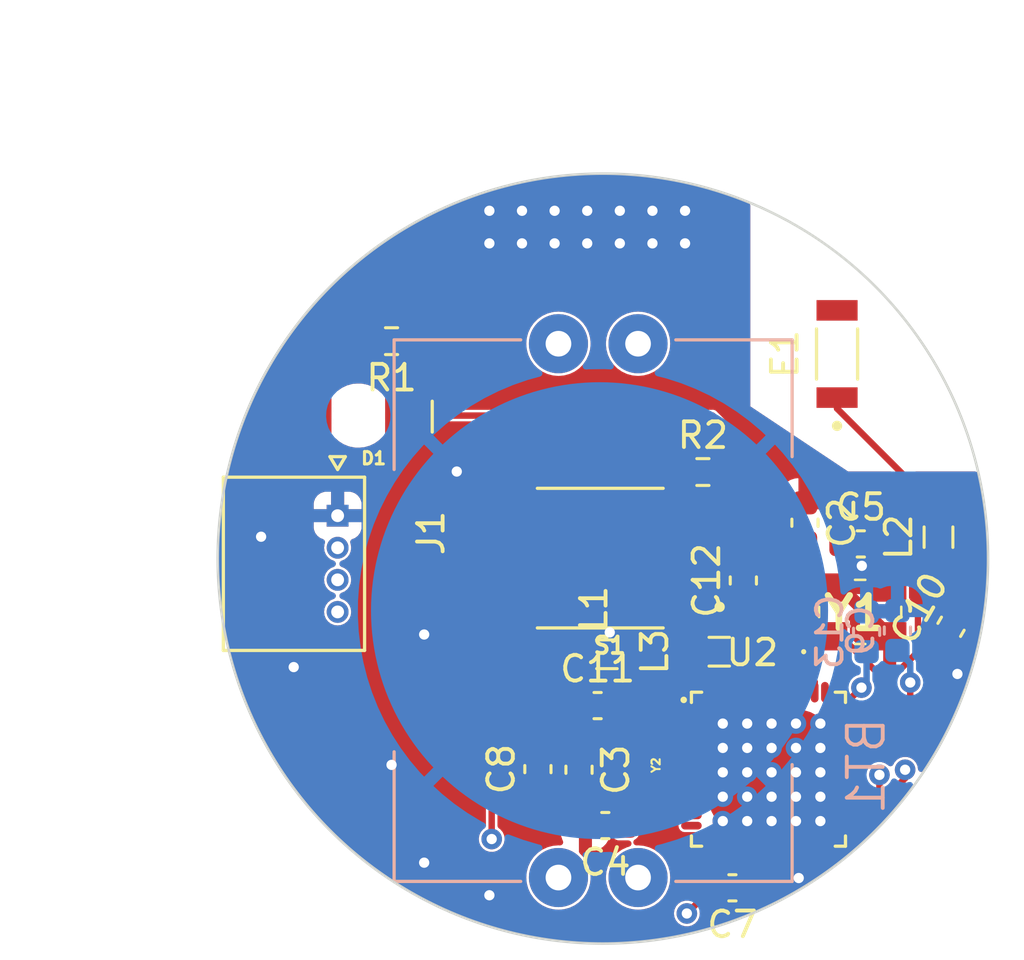
<source format=kicad_pcb>
(kicad_pcb (version 20211014) (generator pcbnew)
  (layers (0 "F.Cu" signal) (1 "In1.Cu" signal) (2 "In2.Cu" signal) (31 "B.Cu" signal) (34 "B.Paste" user) (35 "F.Paste" user) (36 "B.SilkS" user "B.Silkscreen") (37 "F.SilkS" user "F.Silkscreen") (38 "B.Mask" user) (39 "F.Mask" user) (44 "Edge.Cuts" user))
  (net 0 "")
  (net 1 "+1V8")
  (net 2 "GND")
  (net 3 "ECS-320_XCS2")
  (net 4 "Net-(C8-Pad2)")
  (net 5 "Net-(C9-Pad2)")
  (net 6 "Net-(C10-Pad1)")
  (net 7 "Net-(C12-Pad1)")
  (net 8 "Net-(D1-PadC)")
  (net 9 "PROG_SWCLK")
  (net 10 "PROG_SWDIO")
  (net 11 "Net-(L1-Pad1)")
  (net 12 "Net-(L1-Pad2)")
  (net 13 "Net-(C5-Pad2)")
  (net 14 "Net-(R2-Pad1)")
  (net 36 "Net-(D1-PadA)")
  (net 42 "Net-(E1-Pad1)")
  (net 46 "Net-(R2-Pad2)")
  (net 47 "Net-(C3-Pad1)")
  (net 48 "Net-(C4-Pad1)")
  (footprint "Capacitor_SMD:C_0603_1608Metric" (layer "F.Cu") (at 152.975 110.2 180)
    (fp_text reference "C7" (at 0 -1.43) (layer "F.SilkS"))
    (fp_text value "100n")
    (fp_line (start -0.14058 0.51) (end 0.14058 0.51) (layer "F.SilkS") (width 0.12))
    (fp_line (start -0.14058 -0.51) (end 0.14058 -0.51) (layer "F.SilkS") (width 0.12))
    (pad "1" smd roundrect (at -0.775 0 180) (size 0.9 0.95) (layers "F.Cu" "F.Paste" "F.Mask") (net 2 "GND"))
    (pad "2" smd roundrect (at 0.775 0 180) (size 0.9 0.95) (layers "F.Cu" "F.Paste" "F.Mask") (net 1 "+1V8"))
  )
  (footprint "Capacitor_SMD:C_0603_1608Metric" (layer "F.Cu") (at 161.4875 100.02883 60)
    (fp_text reference "C10" (at 0 -1.43 60) (layer "F.SilkS"))
    (fp_text value "0.8p")
    (fp_line (start -0.14058 -0.51) (end 0.14058 -0.51) (layer "F.SilkS") (width 0.12))
    (fp_line (start -0.14058 0.51) (end 0.14058 0.51) (layer "F.SilkS") (width 0.12))
    (pad "1" smd roundrect (at -0.775 0 60) (size 0.9 0.95) (layers "F.Cu" "F.Paste" "F.Mask") (net 6 "Net-(C10-Pad1)"))
    (pad "2" smd roundrect (at 0.775 0 60) (size 0.9 0.95) (layers "F.Cu" "F.Paste" "F.Mask") (net 2 "GND"))
  )
  (footprint "Capacitor_SMD:C_0603_1608Metric" (layer "F.Cu") (at 153.4 98.225 90)
    (fp_text reference "C12" (at 0 -1.43 90) (layer "F.SilkS"))
    (fp_text value "100n")
    (fp_line (start -0.14058 0.51) (end 0.14058 0.51) (layer "F.SilkS") (width 0.12))
    (fp_line (start -0.14058 -0.51) (end 0.14058 -0.51) (layer "F.SilkS") (width 0.12))
    (pad "1" smd roundrect (at -0.775 0 90) (size 0.9 0.95) (layers "F.Cu" "F.Paste" "F.Mask") (net 7 "Net-(C12-Pad1)"))
    (pad "2" smd roundrect (at 0.775 0 90) (size 0.9 0.95) (layers "F.Cu" "F.Paste" "F.Mask") (net 2 "GND"))
  )
  (footprint "Inductor_SMD:L_0805_2012Metric" (layer "F.Cu") (at 148.0875 101.1)
    (fp_text reference "L1" (at -0.508 -1.778 90) (layer "F.SilkS"))
    (fp_text value "10u")
    (fp_line (start -0.399622 0.56) (end 0.399622 0.56) (layer "F.SilkS") (width 0.12))
    (fp_line (start -0.399622 -0.56) (end 0.399622 -0.56) (layer "F.SilkS") (width 0.12))
    (pad "1" smd roundrect (at -1.0625 0) (size 0.875 1.2) (layers "F.Cu" "F.Paste" "F.Mask") (net 11 "Net-(L1-Pad1)"))
    (pad "2" smd roundrect (at 1.0625 0) (size 0.875 1.2) (layers "F.Cu" "F.Paste" "F.Mask") (net 12 "Net-(L1-Pad2)"))
  )
  (footprint "Capacitor_SMD:C_0603_1608Metric" (layer "F.Cu") (at 145.4 105.575 90)
    (fp_text reference "C8" (at 0 -1.43 90) (layer "F.SilkS"))
    (fp_text value "1u")
    (fp_line (start -0.14058 0.51) (end 0.14058 0.51) (layer "F.SilkS") (width 0.12))
    (fp_line (start -0.14058 -0.51) (end 0.14058 -0.51) (layer "F.SilkS") (width 0.12))
    (pad "1" smd roundrect (at -0.775 0 90) (size 0.9 0.95) (layers "F.Cu" "F.Paste" "F.Mask") (net 2 "GND"))
    (pad "2" smd roundrect (at 0.775 0 90) (size 0.9 0.95) (layers "F.Cu" "F.Paste" "F.Mask") (net 4 "Net-(C8-Pad2)"))
  )
  (footprint "componentes:XTAL_ECS-.327-12.5-12R-TR" (layer "F.Cu") (at 148.8 105.675 -90)
    (fp_text reference "Y2" (at -0.254313 -1.197695 90) (layer "F.SilkS") (effects (font (size 0.320399 0.320399))))
    (fp_text value "ECS-.327-12.5-12R-TR")
    (pad "1" smd rect (at -0.7 0 270) (size 0.6 1.1) (layers "F.Cu" "F.Paste" "F.Mask") (net 47 "Net-(C3-Pad1)"))
    (pad "2" smd rect (at 0.7 0 270) (size 0.6 1.1) (layers "F.Cu" "F.Paste" "F.Mask") (net 48 "Net-(C4-Pad1)"))
  )
  (footprint "componentes:LEDC3216X110N" (layer "F.Cu") (at 138.405 91.8 180)
    (fp_text reference "D1" (at -0.596718 -1.666809) (layer "F.SilkS") (effects (font (size 0.48058 0.48058))))
    (fp_text value "597-3111-407F")
    (fp_line (start -2.88 -0.64) (end -2.88 0.56) (layer "F.SilkS") (width 0.127))
    (pad "" np_thru_hole circle (at 0 0 180) (size 2 2) (drill 2) (layers *.Cu *.Mask))
    (pad "A" smd rect (at -1.795 0 180) (size 1.5 1.59) (layers "F.Cu" "F.Paste" "F.Mask") (net 36 "Net-(D1-PadA)"))
    (pad "C" smd rect (at 1.795 0 180) (size 1.5 1.59) (layers "F.Cu" "F.Paste" "F.Mask") (net 8 "Net-(D1-PadC)"))
  )
  (footprint "Inductor_SMD:L_0805_2012Metric" (layer "F.Cu") (at 161 96.5375 90)
    (fp_text reference "L2" (at 0 -1.55 90) (layer "F.SilkS"))
    (fp_text value "3.9n")
    (fp_line (start -0.399622 0.56) (end 0.399622 0.56) (layer "F.SilkS") (width 0.12))
    (fp_line (start -0.399622 -0.56) (end 0.399622 -0.56) (layer "F.SilkS") (width 0.12))
    (pad "1" smd roundrect (at -1.0625 0 90) (size 0.875 1.2) (layers "F.Cu" "F.Paste" "F.Mask") (net 6 "Net-(C10-Pad1)"))
    (pad "2" smd roundrect (at 1.0625 0 90) (size 0.875 1.2) (layers "F.Cu" "F.Paste" "F.Mask") (net 42 "Net-(E1-Pad1)"))
  )
  (footprint "Capacitor_SMD:C_0603_1608Metric" (layer "F.Cu") (at 147 105.6 -90)
    (fp_text reference "C3" (at 0 -1.43 90) (layer "F.SilkS"))
    (fp_text value "12p")
    (fp_line (start -0.14058 -0.51) (end 0.14058 -0.51) (layer "F.SilkS") (width 0.12))
    (fp_line (start -0.14058 0.51) (end 0.14058 0.51) (layer "F.SilkS") (width 0.12))
    (pad "1" smd roundrect (at -0.775 0 270) (size 0.9 0.95) (layers "F.Cu" "F.Paste" "F.Mask") (net 47 "Net-(C3-Pad1)"))
    (pad "2" smd roundrect (at 0.775 0 270) (size 0.9 0.95) (layers "F.Cu" "F.Paste" "F.Mask") (net 2 "GND"))
  )
  (footprint "componentes:SW_8-1437565-0" (layer "F.Cu") (at 147.828 97.353788 180)
    (fp_text reference "S1" (at -0.368 -3.4064) (layer "F.SilkS") (effects (font (size 0.64 0.64))))
    (fp_text value "8-1437565-0")
    (fp_line (start 2.45 2.72) (end -2.45 2.72) (layer "F.SilkS") (width 0.127))
    (fp_line (start 2.45 -2.72) (end -2.45 -2.72) (layer "F.SilkS") (width 0.127))
    (fp_circle (center -4.65 -1.9) (end -4.55 -1.9) (layer "F.SilkS") (width 0.2) (fill none))
    (pad "1" smd rect locked (at -3.15 -1.9 180) (size 1.7 1) (layers "F.Cu" "F.Paste" "F.Mask") (net 2 "GND"))
    (pad "2" smd rect locked (at 3.15 -1.9 180) (size 1.7 1) (layers "F.Cu" "F.Paste" "F.Mask") (net 2 "GND"))
    (pad "3" smd rect locked (at -3.15 1.9 180) (size 1.7 1) (layers "F.Cu" "F.Paste" "F.Mask") (net 14 "Net-(R2-Pad1)"))
    (pad "4" smd rect locked (at 3.15 1.9 180) (size 1.7 1) (layers "F.Cu" "F.Paste" "F.Mask") (net 14 "Net-(R2-Pad1)"))
  )
  (footprint "componentes:XDCR_2450AT18B100E" (layer "F.Cu") (at 157.05 89.4 90)
    (fp_text reference "E1" (at 0 -2.032 90) (layer "F.SilkS"))
    (fp_text value "2450AT18B100E")
    (fp_line (start -0.98 -0.8) (end 0.98 -0.8) (layer "F.SilkS") (width 0.127))
    (fp_line (start -0.98 0.8) (end 0.98 0.8) (layer "F.SilkS") (width 0.127))
    (fp_circle (center -2.8 0) (end -2.7 0) (layer "F.SilkS") (width 0.2) (fill none))
    (pad "1" smd rect (at -1.7 0 90) (size 0.8 1.6) (layers "F.Cu" "F.Paste" "F.Mask") (net 42 "Net-(E1-Pad1)"))
    (pad "2" smd rect (at 1.7 0 90) (size 0.8 1.6) (layers "F.Cu" "F.Paste" "F.Mask"))
  )
  (footprint "Capacitor_SMD:C_0603_1608Metric" (layer "F.Cu") (at 155.8 95.975 -90)
    (fp_text reference "C2" (at 0 -1.43 90) (layer "F.SilkS"))
    (fp_text value "12p")
    (fp_line (start -0.14058 0.51) (end 0.14058 0.51) (layer "F.SilkS") (width 0.12))
    (fp_line (start -0.14058 -0.51) (end 0.14058 -0.51) (layer "F.SilkS") (width 0.12))
    (pad "1" smd roundrect (at -0.775 0 270) (size 0.9 0.95) (layers "F.Cu" "F.Paste" "F.Mask") (net 2 "GND"))
    (pad "2" smd roundrect (at 0.775 0 270) (size 0.9 0.95) (layers "F.Cu" "F.Paste" "F.Mask") (net 3 "ECS-320_XCS2"))
  )
  (footprint "componentes:ECS320833B7KMTR" (layer "F.Cu") (at 157.95 99.45)
    (fp_text reference "Y1" (at -0.225 0.05) (layer "F.SilkS") (effects (font (size 1.27 1.27) (thickness 0.254))))
    (fp_text value "ECS-320-8-33B-7KM-TR" hide)
    (fp_line (start -1.6 0.2) (end -1.6 -0.2) (layer "F.SilkS") (width 0.1))
    (fp_line (start -2.2 1.6) (end -2.2 1.6) (layer "F.SilkS") (width 0.1))
    (fp_line (start -2.2 1.5) (end -2.2 1.5) (layer "F.SilkS") (width 0.1))
    (fp_line (start -0.2 -1.25) (end 0.2 -1.25) (layer "F.SilkS") (width 0.1))
    (fp_line (start -0.2 1.25) (end 0.2 1.25) (layer "F.SilkS") (width 0.1))
    (fp_line (start 1.6 0.2) (end 1.6 -0.2) (layer "F.SilkS") (width 0.1))
    (fp_arc (start -2.2 1.6) (mid -2.25 1.55) (end -2.2 1.5) (layer "F.SilkS") (width 0.1))
    (fp_arc (start -2.2 1.5) (mid -2.15 1.55) (end -2.2 1.6) (layer "F.SilkS") (width 0.1))
    (pad "1" smd rect (at -1.15 0.95 90) (size 1.1 1.3) (layers "F.Cu" "F.Paste" "F.Mask") (net 3 "ECS-320_XCS2"))
    (pad "2" smd rect (at 1.15 0.95 90) (size 1.1 1.3) (layers "F.Cu" "F.Paste" "F.Mask") (net 2 "GND"))
    (pad "3" smd rect (at 1.15 -0.95 90) (size 1.1 1.3) (layers "F.Cu" "F.Paste" "F.Mask") (net 13 "Net-(C5-Pad2)"))
    (pad "4" smd rect (at -1.15 -0.95 90) (size 1.1 1.3) (layers "F.Cu" "F.Paste" "F.Mask") (net 2 "GND"))
  )
  (footprint "componentes:QFN40P600X600X90-49N" (layer "F.Cu") (at 154.378 105.578)
    (fp_text reference "U2" (at -0.62591 -4.54164) (layer "F.SilkS") (effects (font (size 1.001465 1.001465))))
    (fp_text value "NRF52832-QFAA-R")
    (fp_line (start 3 3) (end 2.6 3) (layer "F.SilkS") (width 0.127))
    (fp_line (start -2.6 3) (end -3 3) (layer "F.SilkS") (width 0.127))
    (fp_line (start 2.6 -3) (end 3 -3) (layer "F.SilkS") (width 0.127))
    (fp_line (start -3 3) (end -3 2.6) (layer "F.SilkS") (width 0.127))
    (fp_line (start 3 -3) (end 3 -2.6) (layer "F.SilkS") (width 0.127))
    (fp_line (start -3 -2.6) (end -3 -3) (layer "F.SilkS") (width 0.127))
    (fp_line (start -3 -3) (end -2.6 -3) (layer "F.SilkS") (width 0.127))
    (fp_line (start 3 2.6) (end 3 3) (layer "F.SilkS") (width 0.127))
    (fp_circle (center -3.3 -2.7) (end -3.173 -2.7) (layer "F.SilkS") (width 0) (fill solid))
    (pad "1" smd oval (at -3 -2.2) (size 0.8 0.3) (layers "F.Cu" "F.Paste") (net 4 "Net-(C8-Pad2)"))
    (pad "2" smd oval (at -3 -1.8) (size 0.8 0.3) (layers "F.Cu" "F.Paste") (net 47 "Net-(C3-Pad1)"))
    (pad "3" smd oval (at -3 -1.4) (size 0.8 0.3) (layers "F.Cu" "F.Paste") (net 48 "Net-(C4-Pad1)"))
    (pad "4" smd oval (at -3 -1) (size 0.8 0.3) (layers "F.Cu" "F.Paste"))
    (pad "5" smd oval (at -3 -0.6) (size 0.8 0.3) (layers "F.Cu" "F.Paste"))
    (pad "6" smd oval (at -3 -0.2) (size 0.8 0.3) (layers "F.Cu" "F.Paste"))
    (pad "7" smd oval (at -3 0.2) (size 0.8 0.3) (layers "F.Cu" "F.Paste"))
    (pad "8" smd oval (at -3 0.6) (size 0.8 0.3) (layers "F.Cu" "F.Paste"))
    (pad "9" smd oval (at -3 1) (size 0.8 0.3) (layers "F.Cu" "F.Paste"))
    (pad "10" smd oval (at -3 1.4) (size 0.8 0.3) (layers "F.Cu" "F.Paste"))
    (pad "11" smd oval (at -3 1.8) (size 0.8 0.3) (layers "F.Cu" "F.Paste"))
    (pad "12" smd oval (at -3 2.2) (size 0.8 0.3) (layers "F.Cu" "F.Paste"))
    (pad "13" smd oval (at -2.2 3 90) (size 0.8 0.3) (layers "F.Cu" "F.Paste") (net 1 "+1V8"))
    (pad "14" smd oval (at -1.8 3 90) (size 0.8 0.3) (layers "F.Cu" "F.Paste"))
    (pad "15" smd oval (at -1.4 3 90) (size 0.8 0.3) (layers "F.Cu" "F.Paste"))
    (pad "16" smd oval (at -1 3 90) (size 0.8 0.3) (layers "F.Cu" "F.Paste"))
    (pad "17" smd oval (at -0.6 3 90) (size 0.8 0.3) (layers "F.Cu" "F.Paste"))
    (pad "18" smd oval (at -0.2 3 90) (size 0.8 0.3) (layers "F.Cu" "F.Paste"))
    (pad "19" smd oval (at 0.2 3 90) (size 0.8 0.3) (layers "F.Cu" "F.Paste"))
    (pad "20" smd oval (at 0.6 3 90) (size 0.8 0.3) (layers "F.Cu" "F.Paste"))
    (pad "21" smd oval (at 1 3 90) (size 0.8 0.3) (layers "F.Cu" "F.Paste"))
    (pad "22" smd oval (at 1.4 3 90) (size 0.8 0.3) (layers "F.Cu" "F.Paste"))
    (pad "23" smd oval (at 1.8 3 90) (size 0.8 0.3) (layers "F.Cu" "F.Paste"))
    (pad "24" smd oval (at 2.2 3 90) (size 0.8 0.3) (layers "F.Cu" "F.Paste"))
    (pad "25" smd oval (at 3 2.2 180) (size 0.8 0.3) (layers "F.Cu" "F.Paste") (net 9 "PROG_SWCLK"))
    (pad "26" smd oval (at 3 1.8 180) (size 0.8 0.3) (layers "F.Cu" "F.Paste") (net 10 "PROG_SWDIO"))
    (pad "27" smd oval (at 3 1.4 180) (size 0.8 0.3) (layers "F.Cu" "F.Paste"))
    (pad "28" smd oval (at 3 1 180) (size 0.8 0.3) (layers "F.Cu" "F.Paste"))
    (pad "29" smd oval (at 3 0.6 180) (size 0.8 0.3) (layers "F.Cu" "F.Paste"))
    (pad "30" smd oval (at 3 0.2 180) (size 0.8 0.3) (layers "F.Cu" "F.Paste") (net 6 "Net-(C10-Pad1)"))
    (pad "31" smd oval (at 3 -0.2 180) (size 0.8 0.3) (layers "F.Cu" "F.Paste") (net 2 "GND"))
    (pad "32" smd oval (at 3 -0.6 180) (size 0.8 0.3) (layers "F.Cu" "F.Paste"))
    (pad "33" smd oval (at 3 -1 180) (size 0.8 0.3) (layers "F.Cu" "F.Paste") (net 5 "Net-(C9-Pad2)"))
    (pad "34" smd oval (at 3 -1.4 180) (size 0.8 0.3) (layers "F.Cu" "F.Paste") (net 13 "Net-(C5-Pad2)"))
    (pad "35" smd oval (at 3 -1.8 180) (size 0.8 0.3) (layers "F.Cu" "F.Paste") (net 3 "ECS-320_XCS2"))
    (pad "36" smd oval (at 3 -2.2 180) (size 0.8 0.3) (layers "F.Cu" "F.Paste") (net 1 "+1V8"))
    (pad "37" smd oval (at 2.2 -3 270) (size 0.8 0.3) (layers "F.Cu" "F.Paste"))
    (pad "38" smd oval (at 1.8 -3 270) (size 0.8 0.3) (layers "F.Cu" "F.Paste") (net 36 "Net-(D1-PadA)"))
    (pad "39" smd oval (at 1.4 -3 270) (size 0.8 0.3) (layers "F.Cu" "F.Paste"))
    (pad "40" smd oval (at 1 -3 270) (size 0.8 0.3) (layers "F.Cu" "F.Paste"))
    (pad "41" smd oval (at 0.6 -3 270) (size 0.8 0.3) (layers "F.Cu" "F.Paste"))
    (pad "42" smd oval (at 0.2 -3 270) (size 0.8 0.3) (layers "F.Cu" "F.Paste") (net 46 "Net-(R2-Pad2)"))
    (pad "43" smd oval (at -0.2 -3 270) (size 0.8 0.3) (layers "F.Cu" "F.Paste"))
    (pad "44" smd oval (at -0.6 -3 270) (size 0.8 0.3) (layers "F.Cu" "F.Paste"))
    (pad "45" smd oval (at -1 -3 270) (size 0.8 0.3) (layers "F.Cu" "F.Paste") (net 2 "GND"))
    (pad "46" smd oval (at -1.4 -3 270) (size 0.8 0.3) (layers "F.Cu" "F.Paste") (net 7 "Net-(C12-Pad1)"))
    (pad "47" smd oval (at -1.8 -3 270) (size 0.8 0.3) (layers "F.Cu" "F.Paste") (net 11 "Net-(L1-Pad1)"))
    (pad "48" smd oval (at -2.2 -3 270) (size 0.8 0.3) (layers "F.Cu" "F.Paste") (net 1 "+1V8"))
    (pad "49" smd roundrect (at 0 0) (size 4.6 4.6) (layers "F.Cu" "F.Mask") (roundrect_rratio 0.23) (net 2 "GND"))
  )
  (footprint "componentes:MOLEX_530480450" (layer "F.Cu") (at 137.6 95.7 -90)
    (fp_text reference "J1" (at 0.675 -3.635 90) (layer "F.SilkS"))
    (fp_text value "530480450")
    (fp_line (start -1.5 -1.05) (end 5.25 -1.05) (layer "F.SilkS") (width 0.127))
    (fp_line (start -1.8 0) (end -2.3 0.3) (layer "F.SilkS") (width 0.127))
    (fp_line (start 5.25 -1.05) (end 5.25 4.45) (layer "F.SilkS") (width 0.127))
    (fp_line (start -2.3 -0.3) (end -1.8 0) (layer "F.SilkS") (width 0.127))
    (fp_line (start 5.25 4.45) (end -1.5 4.45) (layer "F.SilkS") (width 0.127))
    (fp_line (start -1.5 4.45) (end -1.5 -1.05) (layer "F.SilkS") (width 0.127))
    (fp_line (start -2.3 0.3) (end -2.3 -0.3) (layer "F.SilkS") (width 0.127))
    (pad "1" thru_hole rect (at 0 0 270) (size 0.85 0.85) (drill 0.5) (layers *.Cu) (net 2 "GND"))
    (pad "2" thru_hole circle (at 1.25 0 270) (size 0.85 0.85) (drill 0.5) (layers *.Cu) (net 9 "PROG_SWCLK"))
    (pad "3" thru_hole circle (at 2.5 0 270) (size 0.85 0.85) (drill 0.5) (layers *.Cu) (net 10 "PROG_SWDIO"))
    (pad "4" thru_hole circle (at 3.75 0 270) (size 0.85 0.85) (drill 0.5) (layers *.Cu) (net 1 "+1V8"))
  )
  (footprint "Resistor_SMD:R_0603_1608Metric" (layer "F.Cu") (at 151.825 94)
    (fp_text reference "R2" (at 0 -1.43) (layer "F.SilkS"))
    (fp_text value "1k")
    (fp_line (start -0.237258 0.5225) (end 0.237258 0.5225) (layer "F.SilkS") (width 0.12))
    (fp_line (start -0.237258 -0.5225) (end 0.237258 -0.5225) (layer "F.SilkS") (width 0.12))
    (pad "1" smd roundrect (at -0.825 0) (size 0.8 0.95) (layers "F.Cu" "F.Paste" "F.Mask") (net 14 "Net-(R2-Pad1)"))
    (pad "2" smd roundrect (at 0.825 0) (size 0.8 0.95) (layers "F.Cu" "F.Paste" "F.Mask") (net 46 "Net-(R2-Pad2)"))
  )
  (footprint "Capacitor_SMD:C_0603_1608Metric" (layer "F.Cu") (at 157.975 96.8)
    (fp_text reference "C5" (at 0 -1.43) (layer "F.SilkS"))
    (fp_text value "12p")
    (fp_line (start -0.14058 0.51) (end 0.14058 0.51) (layer "F.SilkS") (width 0.12))
    (fp_line (start -0.14058 -0.51) (end 0.14058 -0.51) (layer "F.SilkS") (width 0.12))
    (pad "1" smd roundrect (at -0.775 0) (size 0.9 0.95) (layers "F.Cu" "F.Paste" "F.Mask") (net 2 "GND"))
    (pad "2" smd roundrect (at 0.775 0) (size 0.9 0.95) (layers "F.Cu" "F.Paste" "F.Mask") (net 13 "Net-(C5-Pad2)"))
  )
  (footprint "Capacitor_SMD:C_0603_1608Metric" (layer "F.Cu") (at 148.025 107.775 180)
    (fp_text reference "C4" (at 0 -1.43 180) (layer "F.SilkS"))
    (fp_text value "12p")
    (fp_line (start -0.14058 -0.51) (end 0.14058 -0.51) (layer "F.SilkS") (width 0.12))
    (fp_line (start -0.14058 0.51) (end 0.14058 0.51) (layer "F.SilkS") (width 0.12))
    (pad "1" smd roundrect (at -0.775 0 180) (size 0.9 0.95) (layers "F.Cu" "F.Paste" "F.Mask") (net 48 "Net-(C4-Pad1)"))
    (pad "2" smd roundrect (at 0.775 0 180) (size 0.9 0.95) (layers "F.Cu" "F.Paste" "F.Mask") (net 2 "GND"))
  )
  (footprint "Inductor_SMD:L_0805_2012Metric" (layer "F.Cu") (at 152.4625 101)
    (fp_text reference "L3" (at -2.514472 0 90) (layer "F.SilkS"))
    (fp_text value "15n")
    (fp_line (start -0.399622 -0.56) (end 0.399622 -0.56) (layer "F.SilkS") (width 0.12))
    (fp_line (start -0.399622 0.56) (end 0.399622 0.56) (layer "F.SilkS") (width 0.12))
    (pad "1" smd roundrect (at -1.0625 0) (size 0.875 1.2) (layers "F.Cu" "F.Paste" "F.Mask") (net 12 "Net-(L1-Pad2)"))
    (pad "2" smd roundrect (at 1.0625 0) (size 0.875 1.2) (layers "F.Cu" "F.Paste" "F.Mask") (net 7 "Net-(C12-Pad1)"))
  )
  (footprint "Capacitor_SMD:C_0603_1608Metric" (layer "F.Cu") (at 147.725 103.1)
    (fp_text reference "C11" (at 0 -1.43) (layer "F.SilkS"))
    (fp_text value "100n")
    (fp_line (start -0.14058 0.51) (end 0.14058 0.51) (layer "F.SilkS") (width 0.12))
    (fp_line (start -0.14058 -0.51) (end 0.14058 -0.51) (layer "F.SilkS") (width 0.12))
    (pad "1" smd roundrect (at -0.775 0) (size 0.9 0.95) (layers "F.Cu" "F.Paste" "F.Mask") (net 2 "GND"))
    (pad "2" smd roundrect (at 0.775 0) (size 0.9 0.95) (layers "F.Cu" "F.Paste" "F.Mask") (net 1 "+1V8"))
  )
  (footprint "Resistor_SMD:R_0603_1608Metric" (layer "F.Cu") (at 139.7 88.9 180)
    (fp_text reference "R1" (at 0 -1.43) (layer "F.SilkS"))
    (fp_text value "200")
    (fp_line (start -0.237258 0.5225) (end 0.237258 0.5225) (layer "F.SilkS") (width 0.12))
    (fp_line (start -0.237258 -0.5225) (end 0.237258 -0.5225) (layer "F.SilkS") (width 0.12))
    (pad "1" smd roundrect (at -0.825 0 180) (size 0.8 0.95) (layers "F.Cu" "F.Paste" "F.Mask") (net 2 "GND"))
    (pad "2" smd roundrect (at 0.825 0 180) (size 0.8 0.95) (layers "F.Cu" "F.Paste" "F.Mask") (net 8 "Net-(D1-PadC)"))
  )
  (footprint "Capacitor_SMD:C_0603_1608Metric" (layer "B.Cu") (at 159.4 100.175 -90)
    (fp_text reference "C9" (at 0 1.43 90) (layer "B.SilkS") (effects (justify mirror)))
    (fp_text value "100p")
    (fp_line (start -0.14058 -0.51) (end 0.14058 -0.51) (layer "B.SilkS") (width 0.12))
    (fp_line (start -0.14058 0.51) (end 0.14058 0.51) (layer "B.SilkS") (width 0.12))
    (pad "1" smd roundrect (at -0.775 0 270) (size 0.9 0.95) (layers "B.Cu" "B.Paste" "B.Mask") (net 2 "GND"))
    (pad "2" smd roundrect (at 0.775 0 270) (size 0.9 0.95) (layers "B.Cu" "B.Paste" "B.Mask") (net 5 "Net-(C9-Pad2)"))
  )
  (footprint "Capacitor_SMD:C_0603_1608Metric" (layer "B.Cu") (at 158.2 100.225 -90)
    (fp_text reference "C13" (at 0 1.43 90) (layer "B.SilkS") (effects (justify mirror)))
    (fp_text value "4.7u")
    (fp_line (start -0.14058 0.51) (end 0.14058 0.51) (layer "B.SilkS") (width 0.12))
    (fp_line (start -0.14058 -0.51) (end 0.14058 -0.51) (layer "B.SilkS") (width 0.12))
    (pad "1" smd roundrect (at -0.775 0 270) (size 0.9 0.95) (layers "B.Cu" "B.Paste" "B.Mask") (net 2 "GND"))
    (pad "2" smd roundrect (at 0.775 0 270) (size 0.9 0.95) (layers "B.Cu" "B.Paste" "B.Mask") (net 1 "+1V8"))
  )
  (footprint "componentes:BAT_BAT-HLD-001-THM-TR" (layer "B.Cu") (at 147.8 99.4 90)
    (fp_text reference "BT1" (at -6.055 10.389 90) (layer "B.SilkS") (effects (font (size 1.4 1.4)) (justify mirror)))
    (fp_text value "BAT-HLD-001-THM-TR")
    (fp_line (start -10.55 7.5) (end -6 7.5) (layer "B.SilkS") (width 0.127))
    (fp_line (start 6 7.5) (end 10.55 7.5) (layer "B.SilkS") (width 0.127))
    (fp_line (start -10.55 -8) (end -5.5 -8) (layer "B.SilkS") (width 0.127))
    (fp_line (start -10.55 2.97) (end -10.55 7.5) (layer "B.SilkS") (width 0.127))
    (fp_line (start 10.55 -8) (end 10.55 -3.07) (layer "B.SilkS") (width 0.127))
    (fp_line (start -10.55 -3.07) (end -10.55 -8) (layer "B.SilkS") (width 0.127))
    (fp_line (start 5.5 -8) (end 10.55 -8) (layer "B.SilkS") (width 0.127))
    (fp_line (start 10.55 7.5) (end 10.55 2.97) (layer "B.SilkS") (width 0.127))
    (pad "N" smd circle locked (at 0 0 90) (size 17.8 17.8) (layers "B.Cu" "B.Mask") (net 2 "GND"))
    (pad "P1" thru_hole circle locked (at -10.4 1.5 90) (size 2.3 2.3) (drill 1) (layers *.Cu *.Mask) (net 1 "+1V8"))
    (pad "P2" thru_hole circle locked (at -10.4 -1.6 90) (size 2.3 2.3) (drill 1) (layers *.Cu *.Mask) (net 1 "+1V8"))
    (pad "P3" thru_hole circle locked (at 10.4 -1.6 90) (size 2.3 2.3) (drill 1) (layers *.Cu *.Mask) (net 1 "+1V8"))
    (pad "P4" thru_hole circle locked (at 10.4 1.5 90) (size 2.3 2.3) (drill 1) (layers *.Cu *.Mask) (net 1 "+1V8"))
  )
  (gr_circle locked (center 147.93 97.371788) (end 162.93 97.371788) (layer "Edge.Cuts") (width 0.1) (fill none))
  (segment (start 152.178 108.578) (end 152.178 110.178) (width 0.25) (layer "F.Cu") (net 1))
  (segment (start 152.2 110.2) (end 151.2 111.2) (width 0.25) (layer "F.Cu") (net 1))
  (segment (start 148.5 103.1) (end 148.5 102.85) (width 0.25) (layer "F.Cu") (net 1))
  (segment (start 149.322 102.578) (end 148.95 102.95) (width 0.25) (layer "F.Cu") (net 1))
  (segment (start 157.378 103.378) (end 157.378 103.022) (width 0.25) (layer "F.Cu") (net 1))
  (segment (start 147.85 102.2) (end 145.5 102.2) (width 0.25) (layer "F.Cu") (net 1))
  (segment (start 148.5 102.85) (end 147.85 102.2) (width 0.25) (layer "F.Cu") (net 1))
  (segment (start 152.178 102.578) (end 149.322 102.578) (width 0.25) (layer "F.Cu") (net 1))
  (segment (start 143.6 104.1) (end 143.6 108.3) (width 0.25) (layer "F.Cu") (net 1))
  (segment (start 145.5 102.2) (end 143.6 104.1) (width 0.25) (layer "F.Cu") (net 1))
  (segment (start 152.178 110.178) (end 152.2 110.2) (width 0.25) (layer "F.Cu") (net 1))
  (segment (start 157.378 103.022) (end 158 102.4) (width 0.25) (layer "F.Cu") (net 1))
  (via (at 158 102.4) (size 0.8) (drill 0.4) (layers "F.Cu" "B.Cu") (net 1))
  (via (at 143.6 108.3) (size 0.8) (drill 0.4) (layers "F.Cu" "B.Cu") (net 1))
  (via (at 151.2 111.2) (size 0.8) (drill 0.4) (layers "F.Cu" "B.Cu") (net 1))
  (segment (start 158.2 101) (end 158.2 102.2) (width 0.25) (layer "B.Cu") (net 1))
  (segment (start 158.2 102.2) (end 158 102.4) (width 0.25) (layer "B.Cu") (net 1))
  (segment (start 154.578 105.378) (end 154.378 105.578) (width 0.25) (layer "F.Cu") (net 2))
  (segment (start 156.8 98.5) (end 157.2 98.5) (width 0.5) (layer "F.Cu") (net 2))
  (segment (start 153.378 103.628) (end 153.55 103.8) (width 0.25) (layer "F.Cu") (net 2))
  (segment (start 157.2 98.5) (end 159.1 100.4) (width 0.5) (layer "F.Cu") (net 2))
  (segment (start 157.378 105.378) (end 154.578 105.378) (width 0.25) (layer "F.Cu") (net 2))
  (segment (start 137.6 95.804944) (end 137.474189 95.930755) (width 0.25) (layer "F.Cu") (net 2))
  (segment (start 153.378 102.578) (end 153.378 103.628) (width 0.25) (layer "F.Cu") (net 2))
  (segment (start 137.6 95.7) (end 137.6 95.804944) (width 0.25) (layer "F.Cu") (net 2))
  (via (at 153.55 105.7) (size 0.8) (drill 0.4) (layers "F.Cu" "B.Cu") (net 2))
  (via (at 147.32 85.09) (size 0.8) (drill 0.4) (layers "F.Cu" "B.Cu") (net 2))
  (via (at 151.13 83.82) (size 0.8) (drill 0.4) (layers "F.Cu" "B.Cu") (net 2))
  (via (at 158.014538 97.653997) (size 0.8) (drill 0.4) (layers "F.Cu" "B.Cu") (net 2))
  (via (at 152.6 107.6) (size 0.8) (drill 0.4) (layers "F.Cu" "B.Cu") (net 2))
  (via (at 152.6 104.75) (size 0.8) (drill 0.4) (layers "F.Cu" "B.Cu") (net 2))
  (via (at 152.6 103.8) (size 0.8) (drill 0.4) (layers "F.Cu" "B.Cu") (net 2))
  (via (at 155.45 107.6) (size 0.8) (drill 0.4) (layers "F.Cu" "B.Cu") (net 2))
  (via (at 148.59 83.82) (size 0.8) (drill 0.4) (layers "F.Cu" "B.Cu") (net 2))
  (via (at 153.55 107.6) (size 0.8) (drill 0.4) (layers "F.Cu" "B.Cu") (net 2))
  (via (at 154.5 107.6) (size 0.8) (drill 0.4) (layers "F.Cu" "B.Cu") (net 2))
  (via (at 156.4 106.65) (size 0.8) (drill 0.4) (layers "F.Cu" "B.Cu") (net 2))
  (via (at 153.55 103.8) (size 0.8) (drill 0.4) (layers "F.Cu" "B.Cu") (net 2))
  (via (at 151.13 85.09) (size 0.8) (drill 0.4) (layers "F.Cu" "B.Cu") (net 2))
  (via (at 156.4 103.8) (size 0.8) (drill 0.4) (layers "F.Cu" "B.Cu") (net 2))
  (via (at 135.89 101.6) (size 0.8) (drill 0.4) (layers "F.Cu" "B.Cu") (net 2))
  (via (at 154.5 104.75) (size 0.8) (drill 0.4) (layers "F.Cu" "B.Cu") (net 2))
  (via (at 152.6 106.65) (size 0.8) (drill 0.4) (layers "F.Cu" "B.Cu") (net 2))
  (via (at 155.45 105.7) (size 0.8) (drill 0.4) (layers "F.Cu" "B.Cu") (net 2))
  (via (at 143.51 110.49) (size 0.8) (drill 0.4) (layers "F.Cu" "B.Cu") (net 2))
  (via (at 148.59 85.09) (size 0.8) (drill 0.4) (layers "F.Cu" "B.Cu") (net 2))
  (via (at 152.6 105.7) (size 0.8) (drill 0.4) (layers "F.Cu" "B.Cu") (net 2))
  (via (at 149.86 85.09) (size 0.8) (drill 0.4) (layers "F.Cu" "B.Cu") (net 2))
  (via (at 134.62 96.52) (size 0.8) (drill 0.4) (layers "F.Cu" "B.Cu") (net 2))
  (via (at 154.5 106.65) (size 0.8) (drill 0.4) (layers "F.Cu" "B.Cu") (net 2))
  (via (at 146.05 85.09) (size 0.8) (drill 0.4) (layers "F.Cu" "B.Cu") (net 2))
  (via (at 149.86 83.82) (size 0.8) (drill 0.4) (layers "F.Cu" "B.Cu") (net 2))
  (via (at 155.55652 109.818983) (size 0.8) (drill 0.4) (layers "F.Cu" "B.Cu") (net 2))
  (via (at 161.736869 101.866793) (size 0.8) (drill 0.4) (layers "F.Cu" "B.Cu") (net 2))
  (via (at 144.78 83.82) (size 0.8) (drill 0.4) (layers "F.Cu" "B.Cu") (net 2))
  (via (at 153.55 106.65) (size 0.8) (drill 0.4) (layers "F.Cu" "B.Cu") (net 2))
  (via (at 155.45 103.8) (size 0.8) (drill 0.4) (layers "F.Cu" "B.Cu") (net 2))
  (via (at 153.55 104.75) (size 0.8) (drill 0.4) (layers "F.Cu" "B.Cu") (net 2))
  (via (at 154.5 103.8) (size 0.8) (drill 0.4) (layers "F.Cu" "B.Cu") (net 2))
  (via (at 143.51 83.82) (size 0.8) (drill 0.4) (layers "F.Cu" "B.Cu") (net 2))
  (via (at 154.5 105.7) (size 0.8) (drill 0.4) (layers "F.Cu" "B.Cu") (net 2))
  (via (at 139.7 105.41) (size 0.8) (drill 0.4) (layers "F.Cu" "B.Cu") (net 2))
  (via (at 144.78 85.09) (size 0.8) (drill 0.4) (layers "F.Cu" "B.Cu") (net 2))
  (via (at 140.97 109.22) (size 0.8) (drill 0.4) (layers "F.Cu" "B.Cu") (net 2))
  (via (at 155.45 106.65) (size 0.8) (drill 0.4) (layers "F.Cu" "B.Cu") (net 2))
  (via (at 156.4 105.7) (size 0.8) (drill 0.4) (layers "F.Cu" "B.Cu") (net 2))
  (via (at 148.197627 100.248255) (size 0.8) (drill 0.4) (layers "F.Cu" "B.Cu") (net 2))
  (via (at 156.4 107.6) (size 0.8) (drill 0.4) (layers "F.Cu" "B.Cu") (net 2))
  (via (at 143.51 85.09) (size 0.8) (drill 0.4) (layers "F.Cu" "B.Cu") (net 2))
  (via (at 155.45 104.75) (size 0.8) (drill 0.4) (layers "F.Cu" "B.Cu") (net 2))
  (via (at 147.32 83.82) (size 0.8) (drill 0.4) (layers "F.Cu" "B.Cu") (net 2))
  (via (at 140.97 100.33) (size 0.8) (drill 0.4) (layers "F.Cu" "B.Cu") (net 2))
  (via (at 142.24 93.98) (size 0.8) (drill 0.4) (layers "F.Cu" "B.Cu") (net 2))
  (via (at 146.05 83.82) (size 0.8) (drill 0.4) (layers "F.Cu" "B.Cu") (net 2))
  (via (at 156.4 104.75) (size 0.8) (drill 0.4) (layers "F.Cu" "B.Cu") (net 2))
  (segment (start 156.8 100.4) (end 155.6 99.2) (width 0.25) (layer "F.Cu") (net 3))
  (segment (start 158.022 103.778) (end 158.8 103) (width 0.25) (layer "F.Cu") (net 3))
  (segment (start 157.2 100.4) (end 156.8 100.4) (width 0.25) (layer "F.Cu") (net 3))
  (segment (start 158.8 103) (end 158.8 102) (width 0.25) (layer "F.Cu") (net 3))
  (segment (start 158.8 102) (end 157.2 100.4) (width 0.25) (layer "F.Cu") (net 3))
  (segment (start 155.6 97) (end 155.8 96.8) (width 0.25) (layer "F.Cu") (net 3))
  (segment (start 155.6 99.2) (end 155.6 97) (width 0.25) (layer "F.Cu") (net 3))
  (segment (start 157.378 103.778) (end 158.022 103.778) (width 0.25) (layer "F.Cu") (net 3))
  (segment (start 151.378 103.378) (end 149.622 103.378) (width 0.25) (layer "F.Cu") (net 4))
  (segment (start 149 104) (end 146.2 104) (width 0.25) (layer "F.Cu") (net 4))
  (segment (start 146.2 104) (end 145.4 104.8) (width 0.25) (layer "F.Cu") (net 4))
  (segment (start 149.622 103.378) (end 149 104) (width 0.25) (layer "F.Cu") (net 4))
  (segment (start 159.7 103.2) (end 159.9 103) (width 0.25) (layer "F.Cu") (net 5))
  (segment (start 158.322 104.578) (end 159.7 103.2) (width 0.25) (layer "F.Cu") (net 5))
  (segment (start 159.9 103) (end 159.9 102.2) (width 0.25) (layer "F.Cu") (net 5))
  (segment (start 157.378 104.578) (end 158.322 104.578) (width 0.25) (layer "F.Cu") (net 5))
  (via (at 159.9 102.2) (size 0.8) (drill 0.4) (layers "F.Cu" "B.Cu") (net 5))
  (segment (start 159.9 101.45) (end 159.4 100.95) (width 0.25) (layer "B.Cu") (net 5))
  (segment (start 159.9 102.2) (end 159.9 101.45) (width 0.25) (layer "B.Cu") (net 5))
  (segment (start 161 100.96734) (end 161.225 100.74234) (width 0.25) (layer "F.Cu") (net 6))
  (segment (start 157.378 105.778) (end 157.757651 105.778) (width 0.25) (layer "F.Cu") (net 6))
  (segment (start 160.8 97.8) (end 161 97.6) (width 0.25) (layer "F.Cu") (net 6))
  (segment (start 157.757651 105.778) (end 161 102.535651) (width 0.25) (layer "F.Cu") (net 6))
  (segment (start 161.225 100.74234) (end 161.225 100.575) (width 0.25) (layer "F.Cu") (net 6))
  (segment (start 161 102.535651) (end 161 101.2) (width 0.25) (layer "F.Cu") (net 6))
  (segment (start 161 101.2) (end 161 100.96734) (width 0.25) (layer "F.Cu") (net 6))
  (segment (start 161 101.2) (end 161 97.6) (width 0.25) (layer "F.Cu") (net 6))
  (segment (start 152.978 102.578) (end 152.978 101.422) (width 0.25) (layer "F.Cu") (net 7))
  (segment (start 153.4 100.875) (end 153.525 101) (width 0.25) (layer "F.Cu") (net 7))
  (segment (start 153.4 101) (end 153.525 101) (width 0.25) (layer "F.Cu") (net 7))
  (segment (start 153.4 99) (end 153.4 100.875) (width 0.25) (layer "F.Cu") (net 7))
  (segment (start 152.978 101.422) (end 153.4 101) (width 0.25) (layer "F.Cu") (net 7))
  (segment (start 136.61 91.165) (end 136.61 91.8) (width 0.25) (layer "F.Cu") (net 8))
  (segment (start 138.875 88.9) (end 136.61 91.165) (width 0.25) (layer "F.Cu") (net 8))
  (segment (start 157.851946 107.778) (end 159.7 105.929946) (width 0.25) (layer "F.Cu") (net 9))
  (segment (start 159.7 105.929946) (end 159.7 105.6) (width 0.25) (layer "F.Cu") (net 9))
  (segment (start 157.378 107.778) (end 157.851946 107.778) (width 0.25) (layer "F.Cu") (net 9))
  (via (at 159.7 105.6) (size 0.8) (drill 0.4) (layers "F.Cu" "B.Cu") (net 9))
  (segment (start 157.757651 107.378) (end 158.7 106.435651) (width 0.25) (layer "F.Cu") (net 10))
  (segment (start 158.7 106.435651) (end 158.7 105.8) (width 0.25) (layer "F.Cu") (net 10))
  (segment (start 157.378 107.378) (end 157.757651 107.378) (width 0.25) (layer "F.Cu") (net 10))
  (via (at 158.7 105.8) (size 0.8) (drill 0.4) (layers "F.Cu" "B.Cu") (net 10))
  (segment (start 152.578 98.378) (end 152.2 98) (width 0.25) (layer "F.Cu") (net 11))
  (segment (start 152.578 102.578) (end 152.578 98.378) (width 0.25) (layer "F.Cu") (net 11))
  (segment (start 152.2 98) (end 148.8 98) (width 0.25) (layer "F.Cu") (net 11))
  (segment (start 148.8 98) (end 147.025 99.775) (width 0.25) (layer "F.Cu") (net 11))
  (segment (start 147.025 99.775) (end 147.025 101.1) (width 0.25) (layer "F.Cu") (net 11))
  (segment (start 151.4 101) (end 149.275 101) (width 0.25) (layer "F.Cu") (net 12))
  (segment (start 160.2 101) (end 160.2 99.6) (width 0.25) (layer "F.Cu") (net 13))
  (segment (start 159.1 98.5) (end 159.1 97.15) (width 0.25) (layer "F.Cu") (net 13))
  (segment (start 157.378 104.178) (end 158.222 104.178) (width 0.25) (layer "F.Cu") (net 13))
  (segment (start 159.2 102) (end 160.2 101) (width 0.25) (layer "F.Cu") (net 13))
  (segment (start 158.222 104.178) (end 159.2 103.2) (width 0.25) (layer "F.Cu") (net 13))
  (segment (start 159.1 97.15) (end 158.75 96.8) (width 0.25) (layer "F.Cu") (net 13))
  (segment (start 159.2 103.2) (end 159.2 102) (width 0.25) (layer "F.Cu") (net 13))
  (segment (start 160.2 99.6) (end 159.1 98.5) (width 0.25) (layer "F.Cu") (net 13))
  (segment (start 144.678 95.453788) (end 150.978 95.453788) (width 0.5) (layer "F.Cu") (net 14))
  (segment (start 150.978 94.022) (end 151 94) (width 0.5) (layer "F.Cu") (net 14))
  (segment (start 150.978 95.453788) (end 150.978 94.022) (width 0.5) (layer "F.Cu") (net 14))
  (segment (start 156.178 102.578) (end 156.178 102.178) (width 0.25) (layer "F.Cu") (net 36))
  (segment (start 156.178 102.178) (end 155 101) (width 0.25) (layer "F.Cu") (net 36))
  (segment (start 152.2 91.8) (end 140.2 91.8) (width 0.25) (layer "F.Cu") (net 36))
  (segment (start 155 96.4) (end 153.8 95.2) (width 0.25) (layer "F.Cu") (net 36))
  (segment (start 155 101) (end 155 96.4) (width 0.25) (layer "F.Cu") (net 36))
  (segment (start 153.8 93.4) (end 152.2 91.8) (width 0.25) (layer "F.Cu") (net 36))
  (segment (start 153.8 95.2) (end 153.8 93.4) (width 0.25) (layer "F.Cu") (net 36))
  (segment (start 161 95.475) (end 157.05 91.525) (width 0.25) (layer "F.Cu") (net 42))
  (segment (start 157.05 91.525) (end 157.05 91.1) (width 0.25) (layer "F.Cu") (net 42))
  (segment (start 161 95.475) (end 161 95.4) (width 0.25) (layer "F.Cu") (net 42))
  (segment (start 154.578 96.978) (end 152.65 95.05) (width 0.25) (layer "F.Cu") (net 46))
  (segment (start 154.578 97.822) (end 154.6 97.8) (width 0.25) (layer "F.Cu") (net 46))
  (segment (start 154.578 97.822) (end 154.578 96.978) (width 0.25) (layer "F.Cu") (net 46))
  (segment (start 152.65 95.05) (end 152.65 94) (width 0.25) (layer "F.Cu") (net 46))
  (segment (start 154.578 102.578) (end 154.578 97.822) (width 0.25) (layer "F.Cu") (net 46))
  (segment (start 149.997 103.778) (end 148.8 104.975) (width 0.25) (layer "F.Cu") (net 47))
  (segment (start 147.15 104.975) (end 147 104.825) (width 0.25) (layer "F.Cu") (net 47))
  (segment (start 151.378 103.778) (end 149.997 103.778) (width 0.25) (layer "F.Cu") (net 47))
  (segment (start 148.8 104.975) (end 147.15 104.975) (width 0.25) (layer "F.Cu") (net 47))
  (segment (start 150 104.8) (end 150 106) (width 0.25) (layer "F.Cu") (net 48))
  (segment (start 151.378 104.178) (end 150.622 104.178) (width 0.25) (layer "F.Cu") (net 48))
  (segment (start 149.625 106.375) (end 148.8 106.375) (width 0.25) (layer "F.Cu") (net 48))
  (segment (start 148.8 106.375) (end 148.8 107.775) (width 0.25) (layer "F.Cu") (net 48))
  (segment (start 150.622 104.178) (end 150 104.8) (width 0.25) (layer "F.Cu") (net 48))
  (segment (start 150 106) (end 149.625 106.375) (width 0.25) (layer "F.Cu") (net 48))
  (zone (net 2) (net_name "GND") (layer "F.Cu") (connect_pads (clearance 0)) (min_thickness 0.254) (fill yes (thermal_gap 0.508) (thermal_bridge_width 0.508))
    (polygon (pts (xy 163.83 113.03) (xy 132.08 113.03) (xy 132.08 81.28) (xy 163.83 81.28)))
  )
  (zone (net 0) (net_name "") (layers "F.Cu" "In1.Cu" "In2.Cu" "B.Cu") (connect_pads (clearance 0)) (min_thickness 0.254)
    (keepout (tracks not_allowed) (vias not_allowed) (pads not_allowed) (copperpour not_allowed) (footprints allowed))
    (fill (thermal_gap 0.508) (thermal_bridge_width 0.508))
    (polygon (pts (xy 162.56 86.36) (xy 162.56 93.98) (xy 157.48 93.98) (xy 153.67 91.44) (xy 153.67 82.55) (xy 160.02 82.55)))
  )
  (zone (net 2) (net_name "GND") (layer "B.Cu") (connect_pads (clearance 0)) (min_thickness 0.254) (fill yes (thermal_gap 0.508) (thermal_bridge_width 0.508))
    (polygon (pts (xy 163.83 113.03) (xy 132.08 113.03) (xy 132.08 81.28) (xy 163.83 81.28)))
  )
)
</source>
